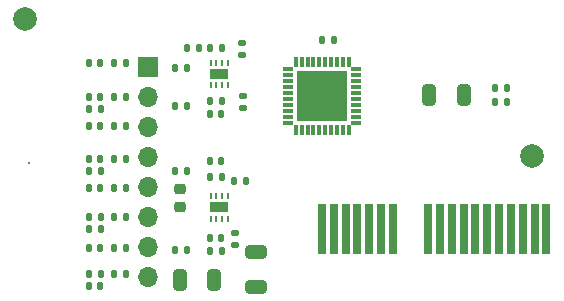
<source format=gbr>
%TF.GenerationSoftware,KiCad,Pcbnew,8.0.4*%
%TF.CreationDate,2024-09-17T19:46:24+01:00*%
%TF.ProjectId,ADE_Main_V4,4144455f-4d61-4696-9e5f-56342e6b6963,rev?*%
%TF.SameCoordinates,Original*%
%TF.FileFunction,Soldermask,Top*%
%TF.FilePolarity,Negative*%
%FSLAX46Y46*%
G04 Gerber Fmt 4.6, Leading zero omitted, Abs format (unit mm)*
G04 Created by KiCad (PCBNEW 8.0.4) date 2024-09-17 19:46:24*
%MOMM*%
%LPD*%
G01*
G04 APERTURE LIST*
G04 Aperture macros list*
%AMRoundRect*
0 Rectangle with rounded corners*
0 $1 Rounding radius*
0 $2 $3 $4 $5 $6 $7 $8 $9 X,Y pos of 4 corners*
0 Add a 4 corners polygon primitive as box body*
4,1,4,$2,$3,$4,$5,$6,$7,$8,$9,$2,$3,0*
0 Add four circle primitives for the rounded corners*
1,1,$1+$1,$2,$3*
1,1,$1+$1,$4,$5*
1,1,$1+$1,$6,$7*
1,1,$1+$1,$8,$9*
0 Add four rect primitives between the rounded corners*
20,1,$1+$1,$2,$3,$4,$5,0*
20,1,$1+$1,$4,$5,$6,$7,0*
20,1,$1+$1,$6,$7,$8,$9,0*
20,1,$1+$1,$8,$9,$2,$3,0*%
G04 Aperture macros list end*
%ADD10RoundRect,0.135000X-0.135000X-0.185000X0.135000X-0.185000X0.135000X0.185000X-0.135000X0.185000X0*%
%ADD11RoundRect,0.135000X0.135000X0.185000X-0.135000X0.185000X-0.135000X-0.185000X0.135000X-0.185000X0*%
%ADD12RoundRect,0.140000X0.140000X0.170000X-0.140000X0.170000X-0.140000X-0.170000X0.140000X-0.170000X0*%
%ADD13RoundRect,0.140000X-0.140000X-0.170000X0.140000X-0.170000X0.140000X0.170000X-0.140000X0.170000X0*%
%ADD14C,2.000000*%
%ADD15RoundRect,0.250000X0.650000X-0.325000X0.650000X0.325000X-0.650000X0.325000X-0.650000X-0.325000X0*%
%ADD16RoundRect,0.135000X0.185000X-0.135000X0.185000X0.135000X-0.185000X0.135000X-0.185000X-0.135000X0*%
%ADD17RoundRect,0.225000X0.250000X-0.225000X0.250000X0.225000X-0.250000X0.225000X-0.250000X-0.225000X0*%
%ADD18C,0.200000*%
%ADD19RoundRect,0.135000X-0.185000X0.135000X-0.185000X-0.135000X0.185000X-0.135000X0.185000X0.135000X0*%
%ADD20RoundRect,0.250000X-0.325000X-0.650000X0.325000X-0.650000X0.325000X0.650000X-0.325000X0.650000X0*%
%ADD21R,0.250000X0.500000*%
%ADD22R,1.600000X0.900000*%
%ADD23R,0.304800X0.812800*%
%ADD24R,0.812800X0.304800*%
%ADD25R,4.241800X4.241800*%
%ADD26RoundRect,0.250000X0.325000X0.650000X-0.325000X0.650000X-0.325000X-0.650000X0.325000X-0.650000X0*%
%ADD27R,1.700000X1.700000*%
%ADD28O,1.700000X1.700000*%
%ADD29R,0.700000X4.300000*%
G04 APERTURE END LIST*
D10*
%TO.C,R25*%
X-1510000Y27390000D03*
X-490000Y27390000D03*
%TD*%
D11*
%TO.C,R18*%
X-3390000Y27880000D03*
X-4410000Y27880000D03*
%TD*%
D10*
%TO.C,R5*%
X-9600000Y19200000D03*
X-8580000Y19200000D03*
%TD*%
D12*
%TO.C,C11*%
X-10780000Y37080000D03*
X-11740000Y37080000D03*
%TD*%
D13*
%TO.C,C13*%
X-1500000Y28710000D03*
X-540000Y28710000D03*
%TD*%
D12*
%TO.C,C3*%
X-10780000Y21410000D03*
X-11740000Y21410000D03*
%TD*%
D14*
%TO.C,FID1*%
X25781000Y29210000D03*
%TD*%
D11*
%TO.C,R9*%
X-3440000Y33440000D03*
X-4460000Y33440000D03*
%TD*%
D15*
%TO.C,C26*%
X2410000Y18075000D03*
X2410000Y21025000D03*
%TD*%
D16*
%TO.C,R20*%
X1250000Y37730000D03*
X1250000Y38750000D03*
%TD*%
D17*
%TO.C,C2*%
X-4030000Y24815000D03*
X-4030000Y26365000D03*
%TD*%
D12*
%TO.C,C7*%
X-10770000Y26480000D03*
X-11730000Y26480000D03*
%TD*%
D18*
%TO.C,TP1*%
X-16789400Y28600400D03*
%TD*%
D11*
%TO.C,R6*%
X-3430000Y21180000D03*
X-4450000Y21180000D03*
%TD*%
D10*
%TO.C,R1*%
X22654800Y34899600D03*
X23674800Y34899600D03*
%TD*%
D19*
%TO.C,R8*%
X1280000Y34240000D03*
X1280000Y33220000D03*
%TD*%
D12*
%TO.C,C4*%
X-10780000Y18150000D03*
X-11740000Y18150000D03*
%TD*%
D13*
%TO.C,C1*%
X22684800Y33782000D03*
X23644800Y33782000D03*
%TD*%
D14*
%TO.C,FID4*%
X-17119600Y40767000D03*
%TD*%
D10*
%TO.C,R26*%
X-1510000Y38280000D03*
X-490000Y38280000D03*
%TD*%
D12*
%TO.C,C16*%
X-2440000Y38310000D03*
X-3400000Y38310000D03*
%TD*%
D10*
%TO.C,R4*%
X-9600000Y21400000D03*
X-8580000Y21400000D03*
%TD*%
D12*
%TO.C,C12*%
X-10780000Y34170000D03*
X-11740000Y34170000D03*
%TD*%
D10*
%TO.C,R11*%
X-9600000Y23980000D03*
X-8580000Y23980000D03*
%TD*%
%TO.C,R24*%
X-1510000Y33820000D03*
X-490000Y33820000D03*
%TD*%
%TO.C,R14*%
X-9600000Y37070000D03*
X-8580000Y37070000D03*
%TD*%
%TO.C,R23*%
X-1510000Y21090000D03*
X-490000Y21090000D03*
%TD*%
D20*
%TO.C,C18*%
X17092400Y34340800D03*
X20042400Y34340800D03*
%TD*%
D10*
%TO.C,R10*%
X-9600000Y26500000D03*
X-8580000Y26500000D03*
%TD*%
%TO.C,R15*%
X-9600000Y34160000D03*
X-8580000Y34160000D03*
%TD*%
D11*
%TO.C,R21*%
X-10730000Y33160000D03*
X-11750000Y33160000D03*
%TD*%
D13*
%TO.C,C6*%
X-1500000Y32750000D03*
X-540000Y32750000D03*
%TD*%
D11*
%TO.C,R17*%
X-10720000Y22960000D03*
X-11740000Y22960000D03*
%TD*%
%TO.C,R7*%
X-10730000Y19200000D03*
X-11750000Y19200000D03*
%TD*%
D21*
%TO.C,U3*%
X-1430000Y35150000D03*
X-930000Y35150000D03*
X-430000Y35150000D03*
X70000Y35150000D03*
X70000Y37050000D03*
X-430000Y37050000D03*
X-930000Y37050000D03*
X-1430000Y37050000D03*
D22*
X-680000Y36100000D03*
%TD*%
D12*
%TO.C,C9*%
X-10780000Y31700000D03*
X-11740000Y31700000D03*
%TD*%
%TO.C,C10*%
X-10780000Y28940000D03*
X-11740000Y28940000D03*
%TD*%
D10*
%TO.C,R16*%
X570000Y27050000D03*
X1590000Y27050000D03*
%TD*%
D23*
%TO.C,U2*%
X10287000Y37160200D03*
X9779000Y37160200D03*
X9271000Y37160200D03*
X8788400Y37160200D03*
X8280400Y37160200D03*
X7772400Y37160200D03*
X7264400Y37160200D03*
X6781800Y37160200D03*
X6273800Y37160200D03*
X5765800Y37160200D03*
D24*
X5130800Y36525200D03*
X5130800Y36017200D03*
X5130800Y35509200D03*
X5130800Y35026600D03*
X5130800Y34518600D03*
X5130800Y34010600D03*
X5130800Y33502600D03*
X5130800Y33020000D03*
X5130800Y32512000D03*
X5130800Y32004000D03*
D23*
X5765800Y31369000D03*
X6273800Y31369000D03*
X6781800Y31369000D03*
X7264400Y31369000D03*
X7772400Y31369000D03*
X8280400Y31369000D03*
X8788400Y31369000D03*
X9271000Y31369000D03*
X9779000Y31369000D03*
X10287000Y31369000D03*
D24*
X10922000Y32004000D03*
X10922000Y32512000D03*
X10922000Y33020000D03*
X10922000Y33502600D03*
X10922000Y34010600D03*
X10922000Y34518600D03*
X10922000Y35026600D03*
X10922000Y35509200D03*
X10922000Y36017200D03*
X10922000Y36525200D03*
D25*
X8026400Y34264600D03*
%TD*%
D13*
%TO.C,C5*%
X-1500000Y22200000D03*
X-540000Y22200000D03*
%TD*%
D11*
%TO.C,R22*%
X-3440000Y36620000D03*
X-4460000Y36620000D03*
%TD*%
D10*
%TO.C,R12*%
X-9600000Y31690000D03*
X-8580000Y31690000D03*
%TD*%
D21*
%TO.C,U1*%
X-1430000Y23860000D03*
X-930000Y23860000D03*
X-430000Y23860000D03*
X70000Y23860000D03*
X70000Y25760000D03*
X-430000Y25760000D03*
X-930000Y25760000D03*
X-1430000Y25760000D03*
D22*
X-680000Y24810000D03*
%TD*%
D19*
%TO.C,R3*%
X650000Y22680000D03*
X650000Y21660000D03*
%TD*%
D11*
%TO.C,R19*%
X-10730000Y27900000D03*
X-11750000Y27900000D03*
%TD*%
%TO.C,R2*%
X8993600Y38963600D03*
X7973600Y38963600D03*
%TD*%
D10*
%TO.C,R13*%
X-9600000Y28930000D03*
X-8580000Y28930000D03*
%TD*%
D26*
%TO.C,C25*%
X-1105000Y18670000D03*
X-4055000Y18670000D03*
%TD*%
D12*
%TO.C,C8*%
X-10730000Y24000000D03*
X-11690000Y24000000D03*
%TD*%
D27*
%TO.C,J15*%
X-6750200Y36692980D03*
D28*
X-6750200Y34152980D03*
X-6750200Y31612980D03*
X-6750200Y29072980D03*
X-6750200Y26532980D03*
X-6750200Y23992980D03*
X-6750200Y21452980D03*
X-6750200Y18912980D03*
%TD*%
D29*
%TO.C,J2*%
X27000000Y23000000D03*
X26000000Y23000000D03*
X25000000Y23000000D03*
X24000000Y23000000D03*
X23000000Y23000000D03*
X22000000Y23000000D03*
X21000000Y23000000D03*
X20000000Y23000000D03*
X19000000Y23000000D03*
X18000000Y23000000D03*
X17000000Y23000000D03*
X14000000Y23000000D03*
X13000000Y23000000D03*
X12000000Y23000000D03*
X11000000Y23000000D03*
X10000000Y23000000D03*
X9000000Y23000000D03*
X8000000Y23000000D03*
%TD*%
M02*

</source>
